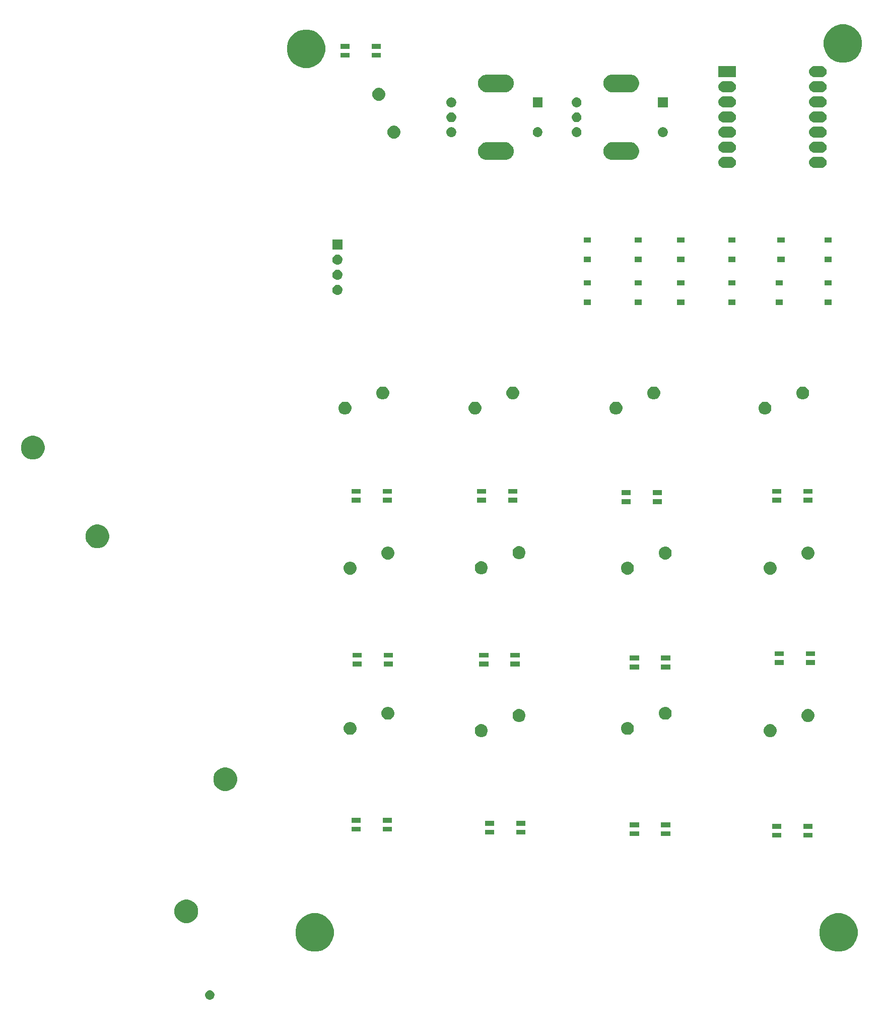
<source format=gbr>
%TF.GenerationSoftware,Flux,Pcbnew,9.0.6-9.0.6~ubuntu22.04.1*%
%TF.CreationDate,2025-12-12T06:51:16+00:00*%
%TF.ProjectId,input,696e7075-742e-46b6-9963-61645f706362,rev?*%
%TF.SameCoordinates,Original*%
%TF.FileFunction,Soldermask,Top*%
%TF.FilePolarity,Negative*%
%FSLAX46Y46*%
G04 Gerber Fmt 4.6, Leading zero omitted, Abs format (unit mm)*
G04 Filename: macropad*
G04 Build it with Flux! Visit our site at: https://www.flux.ai (PCBNEW 9.0.6-9.0.6~ubuntu22.04.1) date 2025-12-12 06:51:16*
%MOMM*%
%LPD*%
G01*
G04 APERTURE LIST*
%ADD10C,0.000000*%
G04 APERTURE END LIST*
D10*
%TO.C,*%
G36*
X-61705368Y-82936059D02*
G01*
X-61524505Y-83040480D01*
X-61376831Y-83188153D01*
X-61272410Y-83369015D01*
X-61218358Y-83570741D01*
X-61218358Y-83779583D01*
X-61272410Y-83981309D01*
X-61376830Y-84162171D01*
X-61524504Y-84309845D01*
X-61705366Y-84414266D01*
X-61907092Y-84468318D01*
X-62115934Y-84468319D01*
X-62317660Y-84414267D01*
X-62498522Y-84309846D01*
X-62646196Y-84162172D01*
X-62750617Y-83981310D01*
X-62804669Y-83779584D01*
X-62804670Y-83570743D01*
X-62750617Y-83369017D01*
X-62646197Y-83188154D01*
X-62498523Y-83040481D01*
X-62317661Y-82936059D01*
X-62115935Y-82882007D01*
X-61907093Y-82882007D01*
X-61705368Y-82936059D01*
G37*
G36*
X26367158Y42641227D02*
G01*
X25147158Y42641226D01*
X25147157Y43551226D01*
X26367157Y43551227D01*
X26367158Y42641227D01*
G37*
G36*
X26367161Y39361227D02*
G01*
X25147161Y39361226D01*
X25147160Y40271226D01*
X26367160Y40271227D01*
X26367161Y39361227D01*
G37*
G36*
X9212854Y70795129D02*
G01*
X9551971Y70599340D01*
X9828859Y70322453D01*
X10024649Y69983336D01*
X10125997Y69605100D01*
X10125998Y69213522D01*
X10024650Y68835286D01*
X9828861Y68496168D01*
X9551974Y68219280D01*
X9212857Y68023491D01*
X8834621Y67922142D01*
X5443043Y67922139D01*
X5064807Y68023486D01*
X4725689Y68219275D01*
X4448801Y68496163D01*
X4253012Y68835280D01*
X4151663Y69213515D01*
X4151663Y69605094D01*
X4253011Y69983330D01*
X4448799Y70322447D01*
X4725687Y70599335D01*
X5064804Y70795125D01*
X5443040Y70896473D01*
X5834618Y70896474D01*
X8834618Y70896477D01*
X9212854Y70795129D01*
G37*
G36*
X-45451Y64471501D02*
G01*
X141064Y64363817D01*
X293352Y64211529D01*
X401037Y64025015D01*
X456778Y63816985D01*
X456778Y63601617D01*
X401037Y63393587D01*
X293353Y63207073D01*
X141065Y63054784D01*
X-45449Y62947100D01*
X-253479Y62891358D01*
X-468847Y62891358D01*
X-676877Y62947099D01*
X-863391Y63054783D01*
X-1015680Y63207071D01*
X-1123364Y63393586D01*
X-1179106Y63601615D01*
X-1179106Y63816983D01*
X-1123365Y64025013D01*
X-1015681Y64211528D01*
X-863393Y64363816D01*
X-676878Y64471500D01*
X-468849Y64527242D01*
X-253481Y64527242D01*
X-45451Y64471501D01*
G37*
G36*
X14963835Y65384316D02*
G01*
X13313835Y65384314D01*
X13313833Y67034314D01*
X14963833Y67034316D01*
X14963835Y65384316D01*
G37*
G36*
X14454552Y61971516D02*
G01*
X14641066Y61863832D01*
X14793355Y61711544D01*
X14901039Y61525030D01*
X14956781Y61317000D01*
X14956781Y61101632D01*
X14901040Y60893602D01*
X14793356Y60707087D01*
X14641068Y60554799D01*
X14454553Y60447115D01*
X14246524Y60391373D01*
X14031155Y60391373D01*
X13823126Y60447114D01*
X13636611Y60554798D01*
X13484323Y60707086D01*
X13376638Y60893600D01*
X13320897Y61101630D01*
X13320897Y61316998D01*
X13376638Y61525028D01*
X13484322Y61711542D01*
X13636610Y61863831D01*
X13823124Y61971515D01*
X14031154Y62027257D01*
X14246522Y62027257D01*
X14454552Y61971516D01*
G37*
G36*
X9212866Y59395129D02*
G01*
X9551983Y59199340D01*
X9828871Y58922453D01*
X10024661Y58583336D01*
X10126009Y58205100D01*
X10126010Y57813522D01*
X10024662Y57435286D01*
X9828873Y57096168D01*
X9551985Y56819280D01*
X9212869Y56623491D01*
X8834633Y56522142D01*
X5443054Y56522139D01*
X5064818Y56623486D01*
X4725701Y56819275D01*
X4448813Y57096163D01*
X4253023Y57435280D01*
X4151675Y57813515D01*
X4151675Y58205094D01*
X4253022Y58583330D01*
X4448811Y58922447D01*
X4725699Y59199335D01*
X5064815Y59395125D01*
X5443051Y59496473D01*
X5834630Y59496474D01*
X8834630Y59496477D01*
X9212866Y59395129D01*
G37*
G36*
X-45448Y61971501D02*
G01*
X141066Y61863817D01*
X293355Y61711529D01*
X401039Y61525015D01*
X456781Y61316985D01*
X456781Y61101617D01*
X401040Y60893587D01*
X293356Y60707073D01*
X141068Y60554784D01*
X-45447Y60447100D01*
X-253476Y60391358D01*
X-468845Y60391358D01*
X-676874Y60447099D01*
X-863389Y60554783D01*
X-1015677Y60707071D01*
X-1123362Y60893586D01*
X-1179103Y61101615D01*
X-1179103Y61316983D01*
X-1123362Y61525013D01*
X-1015678Y61711528D01*
X-863390Y61863816D01*
X-676876Y61971500D01*
X-468846Y62027242D01*
X-253478Y62027242D01*
X-45448Y61971501D01*
G37*
G36*
X-45453Y66971501D02*
G01*
X141061Y66863817D01*
X293350Y66711529D01*
X401034Y66525015D01*
X456776Y66316985D01*
X456776Y66101617D01*
X401035Y65893587D01*
X293351Y65707073D01*
X141063Y65554784D01*
X-45452Y65447100D01*
X-253481Y65391358D01*
X-468850Y65391358D01*
X-676879Y65447099D01*
X-863394Y65554783D01*
X-1015682Y65707071D01*
X-1123367Y65893586D01*
X-1179108Y66101615D01*
X-1179108Y66316983D01*
X-1123367Y66525013D01*
X-1015683Y66711528D01*
X-863395Y66863816D01*
X-676881Y66971500D01*
X-468851Y67027242D01*
X-253483Y67027242D01*
X-45453Y66971501D01*
G37*
G36*
X-31660442Y-8444063D02*
G01*
X-31411756Y-8587640D01*
X-31208704Y-8790691D01*
X-31065124Y-9039376D01*
X-30990801Y-9316748D01*
X-30990799Y-9603906D01*
X-31065120Y-9881279D01*
X-31208697Y-10129966D01*
X-31411748Y-10333018D01*
X-31660433Y-10476598D01*
X-31937805Y-10550921D01*
X-32224963Y-10550922D01*
X-32502336Y-10476602D01*
X-32751023Y-10333024D01*
X-32954075Y-10129974D01*
X-33097655Y-9881289D01*
X-33171978Y-9603916D01*
X-33171979Y-9316758D01*
X-33097659Y-9039385D01*
X-32954081Y-8790699D01*
X-32751031Y-8587647D01*
X-32502346Y-8444067D01*
X-32224973Y-8369743D01*
X-31937815Y-8369742D01*
X-31660442Y-8444063D01*
G37*
G36*
X-38010430Y-10984093D02*
G01*
X-37761744Y-11127670D01*
X-37558692Y-11330720D01*
X-37415112Y-11579405D01*
X-37340789Y-11856778D01*
X-37340787Y-12143936D01*
X-37415108Y-12421309D01*
X-37558685Y-12669995D01*
X-37761736Y-12873048D01*
X-38010421Y-13016627D01*
X-38287793Y-13090951D01*
X-38574951Y-13090952D01*
X-38852324Y-13016631D01*
X-39101011Y-12873054D01*
X-39304063Y-12670004D01*
X-39447643Y-12421319D01*
X-39521966Y-12143946D01*
X-39521967Y-11856788D01*
X-39447647Y-11579415D01*
X-39304069Y-11330728D01*
X-39101019Y-11127676D01*
X-38852334Y-10984096D01*
X-38574961Y-10909773D01*
X-38287804Y-10909772D01*
X-38010430Y-10984093D01*
G37*
G36*
X34284265Y35449435D02*
G01*
X33064265Y35449434D01*
X33064264Y36359434D01*
X34284264Y36359435D01*
X34284265Y35449435D01*
G37*
G36*
X34284268Y32169435D02*
G01*
X33064268Y32169434D01*
X33064267Y33079434D01*
X34284267Y33079435D01*
X34284268Y32169435D01*
G37*
G36*
X-9933376Y-26213397D02*
G01*
X-9933373Y-27033397D01*
X-9934373Y-27034397D01*
X-11480373Y-27034404D01*
X-11481373Y-27033404D01*
X-11481376Y-26213404D01*
X-11480376Y-26212404D01*
X-9934376Y-26212397D01*
X-9933376Y-26213397D01*
G37*
G36*
X-15187376Y-26213422D02*
G01*
X-15187373Y-27033422D01*
X-15188373Y-27034422D01*
X-16734373Y-27034429D01*
X-16735373Y-27033429D01*
X-16735376Y-26213429D01*
X-16734376Y-26212429D01*
X-15188376Y-26212422D01*
X-15187376Y-26213422D01*
G37*
G36*
X-15187369Y-27713422D02*
G01*
X-15187365Y-28533422D01*
X-15188365Y-28534422D01*
X-16734365Y-28534429D01*
X-16735365Y-28533429D01*
X-16735369Y-27713429D01*
X-16734369Y-27712429D01*
X-15188369Y-27712422D01*
X-15187369Y-27713422D01*
G37*
G36*
X-9933369Y-27713397D02*
G01*
X-9933365Y-28533397D01*
X-9934365Y-28534397D01*
X-11480365Y-28534404D01*
X-11481365Y-28533404D01*
X-11481369Y-27713404D01*
X-11480369Y-27712404D01*
X-9934369Y-27712397D01*
X-9933369Y-27713397D01*
G37*
G36*
X-9620142Y-8404040D02*
G01*
X-9371456Y-8547618D01*
X-9168404Y-8750668D01*
X-9024824Y-8999353D01*
X-8950501Y-9276726D01*
X-8950499Y-9563883D01*
X-9024820Y-9841257D01*
X-9168397Y-10089943D01*
X-9371448Y-10292995D01*
X-9620133Y-10436575D01*
X-9897505Y-10510898D01*
X-10184663Y-10510900D01*
X-10462036Y-10436579D01*
X-10710723Y-10293002D01*
X-10913775Y-10089951D01*
X-11057355Y-9841266D01*
X-11131678Y-9563894D01*
X-11131679Y-9276736D01*
X-11057359Y-8999363D01*
X-10913781Y-8750676D01*
X-10710731Y-8547624D01*
X-10462046Y-8404044D01*
X-10184673Y-8329721D01*
X-9897516Y-8329720D01*
X-9620142Y-8404040D01*
G37*
G36*
X-15970130Y-10944070D02*
G01*
X-15721444Y-11087648D01*
X-15518392Y-11290698D01*
X-15374812Y-11539383D01*
X-15300489Y-11816756D01*
X-15300487Y-12103913D01*
X-15374808Y-12381287D01*
X-15518385Y-12629973D01*
X-15721436Y-12833025D01*
X-15970121Y-12976605D01*
X-16247493Y-13050928D01*
X-16534651Y-13050930D01*
X-16812024Y-12976609D01*
X-17060711Y-12833031D01*
X-17263763Y-12629981D01*
X-17407343Y-12381296D01*
X-17481666Y-12103923D01*
X-17481667Y-11816766D01*
X-17407347Y-11539392D01*
X-17263769Y-11290706D01*
X-17060719Y-11087654D01*
X-16812034Y-10944074D01*
X-16534661Y-10869751D01*
X-16247504Y-10869749D01*
X-15970130Y-10944070D01*
G37*
G36*
X17769765Y35449419D02*
G01*
X16549765Y35449417D01*
X16549764Y36359417D01*
X17769764Y36359419D01*
X17769765Y35449419D01*
G37*
G36*
X17769768Y32169419D02*
G01*
X16549768Y32169417D01*
X16549767Y33079417D01*
X17769767Y33079419D01*
X17769768Y32169419D01*
G37*
G36*
X-31385704Y1307481D02*
G01*
X-31385701Y487481D01*
X-31386701Y486481D01*
X-32932701Y486474D01*
X-32933701Y487474D01*
X-32933704Y1307474D01*
X-32932704Y1308474D01*
X-31386704Y1308481D01*
X-31385704Y1307481D01*
G37*
G36*
X-36639704Y1307456D02*
G01*
X-36639701Y487456D01*
X-36640701Y486456D01*
X-38186701Y486449D01*
X-38187701Y487449D01*
X-38187704Y1307449D01*
X-38186704Y1308449D01*
X-36640704Y1308456D01*
X-36639704Y1307456D01*
G37*
G36*
X-36639697Y-192544D02*
G01*
X-36639694Y-1012544D01*
X-36640694Y-1013544D01*
X-38186694Y-1013551D01*
X-38187694Y-1012551D01*
X-38187697Y-192551D01*
X-38186697Y-191551D01*
X-36640697Y-191544D01*
X-36639697Y-192544D01*
G37*
G36*
X-31385697Y-192519D02*
G01*
X-31385694Y-1012519D01*
X-31386694Y-1013519D01*
X-32932694Y-1013526D01*
X-32933694Y-1012526D01*
X-32933697Y-192526D01*
X-32932697Y-191526D01*
X-31386697Y-191519D01*
X-31385697Y-192519D01*
G37*
G36*
X-31660515Y-35355063D02*
G01*
X-31411828Y-35498640D01*
X-31208776Y-35701691D01*
X-31065196Y-35950376D01*
X-30990873Y-36227748D01*
X-30990872Y-36514906D01*
X-31065192Y-36792279D01*
X-31208770Y-37040966D01*
X-31411820Y-37244018D01*
X-31660505Y-37387598D01*
X-31937878Y-37461921D01*
X-32225035Y-37461922D01*
X-32502409Y-37387602D01*
X-32751095Y-37244024D01*
X-32954147Y-37040974D01*
X-33097727Y-36792289D01*
X-33172050Y-36514916D01*
X-33172052Y-36227758D01*
X-33097731Y-35950385D01*
X-32954154Y-35701699D01*
X-32751103Y-35498647D01*
X-32502418Y-35355067D01*
X-32225046Y-35280743D01*
X-31937888Y-35280742D01*
X-31660515Y-35355063D01*
G37*
G36*
X-38010503Y-37895093D02*
G01*
X-37761816Y-38038670D01*
X-37558764Y-38241720D01*
X-37415184Y-38490405D01*
X-37340861Y-38767778D01*
X-37340860Y-39054936D01*
X-37415180Y-39332309D01*
X-37558758Y-39580995D01*
X-37761808Y-39784048D01*
X-38010493Y-39927627D01*
X-38287866Y-40001951D01*
X-38575024Y-40001952D01*
X-38852397Y-39927631D01*
X-39101083Y-39784054D01*
X-39304135Y-39581004D01*
X-39447715Y-39332319D01*
X-39522038Y-39054946D01*
X-39522040Y-38767788D01*
X-39447719Y-38490415D01*
X-39304142Y-38241728D01*
X-39101091Y-38038676D01*
X-38852406Y-37895096D01*
X-38575034Y-37820773D01*
X-38287876Y-37820772D01*
X-38010503Y-37895093D01*
G37*
G36*
X26367165Y35449427D02*
G01*
X25147165Y35449426D01*
X25147164Y36359426D01*
X26367164Y36359427D01*
X26367165Y35449427D01*
G37*
G36*
X26367168Y32169427D02*
G01*
X25147168Y32169426D01*
X25147167Y33079426D01*
X26367167Y33079427D01*
X26367168Y32169427D01*
G37*
G36*
X14945485Y-35355015D02*
G01*
X15194172Y-35498593D01*
X15397224Y-35701643D01*
X15540804Y-35950328D01*
X15615127Y-36227701D01*
X15615128Y-36514858D01*
X15540808Y-36792232D01*
X15397230Y-37040918D01*
X15194180Y-37243970D01*
X14945495Y-37387550D01*
X14668122Y-37461873D01*
X14380965Y-37461875D01*
X14103591Y-37387554D01*
X13854905Y-37243976D01*
X13651853Y-37040926D01*
X13508273Y-36792241D01*
X13433950Y-36514869D01*
X13433948Y-36227711D01*
X13508269Y-35950338D01*
X13651846Y-35701651D01*
X13854897Y-35498599D01*
X14103582Y-35355019D01*
X14380954Y-35280696D01*
X14668112Y-35280695D01*
X14945485Y-35355015D01*
G37*
G36*
X8595497Y-37895045D02*
G01*
X8844184Y-38038623D01*
X9047236Y-38241673D01*
X9190816Y-38490358D01*
X9265139Y-38767731D01*
X9265140Y-39054888D01*
X9190820Y-39332261D01*
X9047242Y-39580948D01*
X8844192Y-39784000D01*
X8595507Y-39927580D01*
X8318134Y-40001903D01*
X8030976Y-40001904D01*
X7753603Y-39927584D01*
X7504917Y-39784006D01*
X7301865Y-39580956D01*
X7158285Y-39332271D01*
X7083962Y-39054898D01*
X7083960Y-38767741D01*
X7158281Y-38490367D01*
X7301858Y-38241681D01*
X7504909Y-38038629D01*
X7753594Y-37895049D01*
X8030966Y-37820726D01*
X8318124Y-37820724D01*
X8595497Y-37895045D01*
G37*
G36*
X-30664111Y62225537D02*
G01*
X-30415425Y62081958D01*
X-30212373Y61878907D01*
X-30068794Y61630222D01*
X-29994472Y61352849D01*
X-29994472Y61065691D01*
X-30068793Y60788318D01*
X-30212372Y60539632D01*
X-30415423Y60336581D01*
X-30664108Y60193002D01*
X-30941481Y60118680D01*
X-31228639Y60118679D01*
X-31506012Y60193001D01*
X-31754698Y60336579D01*
X-31957749Y60539630D01*
X-32101328Y60788316D01*
X-32175650Y61065689D01*
X-32175651Y61352847D01*
X-32101329Y61630220D01*
X-31957751Y61878906D01*
X-31754700Y62081957D01*
X-31506014Y62225536D01*
X-31228641Y62299858D01*
X-30941484Y62299858D01*
X-30664111Y62225537D01*
G37*
G36*
X-33204117Y68575534D02*
G01*
X-32955431Y68431956D01*
X-32752380Y68228905D01*
X-32608801Y67980219D01*
X-32534479Y67702846D01*
X-32534478Y67415689D01*
X-32608800Y67138316D01*
X-32752378Y66889630D01*
X-32955429Y66686578D01*
X-33204115Y66542999D01*
X-33481488Y66468677D01*
X-33768645Y66468677D01*
X-34046018Y66542998D01*
X-34294704Y66686577D01*
X-34497756Y66889628D01*
X-34641335Y67138313D01*
X-34715657Y67415686D01*
X-34715657Y67702844D01*
X-34641336Y67980217D01*
X-34497757Y68228903D01*
X-34294706Y68431954D01*
X-34046021Y68575533D01*
X-33768648Y68649855D01*
X-33481490Y68649856D01*
X-33204117Y68575534D01*
G37*
G36*
X14945458Y-8444015D02*
G01*
X15194144Y-8587593D01*
X15397196Y-8790643D01*
X15540776Y-9039328D01*
X15615099Y-9316701D01*
X15615101Y-9603858D01*
X15540780Y-9881232D01*
X15397203Y-10129918D01*
X15194152Y-10332970D01*
X14945467Y-10476550D01*
X14668095Y-10550873D01*
X14380937Y-10550875D01*
X14103564Y-10476554D01*
X13854877Y-10332976D01*
X13651825Y-10129926D01*
X13508245Y-9881241D01*
X13433922Y-9603869D01*
X13433921Y-9316711D01*
X13508241Y-9039338D01*
X13651819Y-8790651D01*
X13854869Y-8587599D01*
X14103554Y-8444019D01*
X14380927Y-8369696D01*
X14668085Y-8369695D01*
X14945458Y-8444015D01*
G37*
G36*
X8595470Y-10984045D02*
G01*
X8844156Y-11127623D01*
X9047208Y-11330673D01*
X9190788Y-11579358D01*
X9265111Y-11856731D01*
X9265113Y-12143888D01*
X9190792Y-12421261D01*
X9047215Y-12669948D01*
X8844164Y-12873000D01*
X8595479Y-13016580D01*
X8318107Y-13090903D01*
X8030949Y-13090904D01*
X7753576Y-13016584D01*
X7504889Y-12873006D01*
X7301837Y-12669956D01*
X7158257Y-12421271D01*
X7083934Y-12143898D01*
X7083933Y-11856741D01*
X7158253Y-11579367D01*
X7301831Y-11330681D01*
X7504881Y-11127629D01*
X7753566Y-10984049D01*
X8030939Y-10909726D01*
X8318096Y-10909724D01*
X8595470Y-10984045D01*
G37*
G36*
X10574358Y42641211D02*
G01*
X9354358Y42641210D01*
X9354357Y43551210D01*
X10574357Y43551211D01*
X10574358Y42641211D01*
G37*
G36*
X10574361Y39361211D02*
G01*
X9354361Y39361210D01*
X9354360Y40271210D01*
X10574360Y40271211D01*
X10574361Y39361211D01*
G37*
G36*
X15385553Y-54688071D02*
G01*
X15385557Y-55508071D01*
X15384557Y-55509071D01*
X13838557Y-55509079D01*
X13837557Y-55508079D01*
X13837553Y-54688079D01*
X13838553Y-54687079D01*
X15384553Y-54687071D01*
X15385553Y-54688071D01*
G37*
G36*
X10131553Y-54688096D02*
G01*
X10131557Y-55508096D01*
X10130557Y-55509096D01*
X8584557Y-55509103D01*
X8583557Y-55508103D01*
X8583553Y-54688103D01*
X8584553Y-54687103D01*
X10130553Y-54687096D01*
X10131553Y-54688096D01*
G37*
G36*
X10131560Y-56188096D02*
G01*
X10131564Y-57008096D01*
X10130564Y-57009096D01*
X8584564Y-57009103D01*
X8583564Y-57008103D01*
X8583560Y-56188103D01*
X8584560Y-56187103D01*
X10130560Y-56187096D01*
X10131560Y-56188096D01*
G37*
G36*
X15385560Y-56188071D02*
G01*
X15385564Y-57008071D01*
X15384564Y-57009071D01*
X13838564Y-57009079D01*
X13837564Y-57008079D01*
X13837560Y-56188079D01*
X13838560Y-56187079D01*
X15384560Y-56187071D01*
X15385560Y-56188071D01*
G37*
G36*
X38057030Y18416508D02*
G01*
X38305717Y18272931D01*
X38508769Y18069881D01*
X38652349Y17821195D01*
X38726672Y17543823D01*
X38726673Y17256665D01*
X38652353Y16979292D01*
X38508775Y16730605D01*
X38305725Y16527553D01*
X38057040Y16383973D01*
X37779667Y16309650D01*
X37492510Y16309649D01*
X37215136Y16383969D01*
X36966450Y16527547D01*
X36763398Y16730597D01*
X36619818Y16979282D01*
X36545495Y17256655D01*
X36545493Y17543813D01*
X36619814Y17821186D01*
X36763392Y18069872D01*
X36966442Y18272924D01*
X37215127Y18416504D01*
X37492499Y18490828D01*
X37779657Y18490829D01*
X38057030Y18416508D01*
G37*
G36*
X31707042Y15876479D02*
G01*
X31955729Y15732901D01*
X32158781Y15529851D01*
X32302361Y15281166D01*
X32376684Y15003793D01*
X32376685Y14716635D01*
X32302365Y14439262D01*
X32158787Y14190576D01*
X31955737Y13987524D01*
X31707052Y13843944D01*
X31429679Y13769620D01*
X31142522Y13769619D01*
X30865148Y13843940D01*
X30616462Y13987517D01*
X30413410Y14190567D01*
X30269830Y14439253D01*
X30195507Y14716625D01*
X30195505Y15003783D01*
X30269826Y15281156D01*
X30413404Y15529843D01*
X30616454Y15732895D01*
X30865139Y15876475D01*
X31142511Y15950798D01*
X31429669Y15950799D01*
X31707042Y15876479D01*
G37*
G36*
X42504365Y35449444D02*
G01*
X41284365Y35449443D01*
X41284364Y36359443D01*
X42504364Y36359444D01*
X42504365Y35449444D01*
G37*
G36*
X42504368Y32169444D02*
G01*
X41284368Y32169443D01*
X41284367Y33079443D01*
X42504367Y33079444D01*
X42504368Y32169444D01*
G37*
G36*
X38932286Y-35760491D02*
G01*
X39180972Y-35904068D01*
X39384024Y-36107119D01*
X39527604Y-36355804D01*
X39601927Y-36633176D01*
X39601929Y-36920334D01*
X39527608Y-37197707D01*
X39384030Y-37446394D01*
X39180980Y-37649446D01*
X38932295Y-37793026D01*
X38654923Y-37867349D01*
X38367765Y-37867350D01*
X38090392Y-37793030D01*
X37841705Y-37649452D01*
X37638653Y-37446402D01*
X37495073Y-37197717D01*
X37420750Y-36920344D01*
X37420749Y-36633186D01*
X37495069Y-36355813D01*
X37638647Y-36107127D01*
X37841697Y-35904075D01*
X38090382Y-35760495D01*
X38367755Y-35686172D01*
X38654912Y-35686170D01*
X38932286Y-35760491D01*
G37*
G36*
X32582298Y-38300521D02*
G01*
X32830984Y-38444098D01*
X33034036Y-38647148D01*
X33177616Y-38895833D01*
X33251939Y-39173206D01*
X33251941Y-39460364D01*
X33177620Y-39737737D01*
X33034042Y-39986423D01*
X32830992Y-40189476D01*
X32582307Y-40333056D01*
X32304935Y-40407379D01*
X32017777Y-40407380D01*
X31740404Y-40333059D01*
X31491717Y-40189482D01*
X31288665Y-39986432D01*
X31145085Y-39737747D01*
X31070762Y-39460374D01*
X31070761Y-39173216D01*
X31145081Y-38895843D01*
X31288659Y-38647157D01*
X31491709Y-38444104D01*
X31740394Y-38300524D01*
X32017767Y-38226201D01*
X32304924Y-38226200D01*
X32582298Y-38300521D01*
G37*
G36*
X38932258Y-8444091D02*
G01*
X39180944Y-8587668D01*
X39383996Y-8790719D01*
X39527576Y-9039404D01*
X39601899Y-9316776D01*
X39601901Y-9603934D01*
X39527580Y-9881307D01*
X39384003Y-10129994D01*
X39180952Y-10333046D01*
X38932267Y-10476626D01*
X38654895Y-10550949D01*
X38367737Y-10550950D01*
X38090364Y-10476630D01*
X37841677Y-10333052D01*
X37638625Y-10130002D01*
X37495045Y-9881317D01*
X37420722Y-9603944D01*
X37420721Y-9316786D01*
X37495041Y-9039413D01*
X37638619Y-8790727D01*
X37841669Y-8587675D01*
X38090354Y-8444095D01*
X38367727Y-8369772D01*
X38654885Y-8369770D01*
X38932258Y-8444091D01*
G37*
G36*
X32582270Y-10984121D02*
G01*
X32830956Y-11127698D01*
X33034008Y-11330748D01*
X33177588Y-11579433D01*
X33251911Y-11856806D01*
X33251913Y-12143964D01*
X33177592Y-12421337D01*
X33034015Y-12670023D01*
X32830964Y-12873076D01*
X32582279Y-13016656D01*
X32304907Y-13090979D01*
X32017749Y-13090980D01*
X31740376Y-13016659D01*
X31491689Y-12873082D01*
X31288637Y-12670032D01*
X31145057Y-12421347D01*
X31070734Y-12143974D01*
X31070733Y-11856816D01*
X31145053Y-11579443D01*
X31288631Y-11330757D01*
X31491681Y-11127704D01*
X31740366Y-10984124D01*
X32017739Y-10909801D01*
X32304896Y-10909800D01*
X32582270Y-10984121D01*
G37*
G36*
X-40251341Y38061458D02*
G01*
X-40059174Y37950512D01*
X-39902270Y37793610D01*
X-39791322Y37601444D01*
X-39733891Y37387110D01*
X-39733890Y37165216D01*
X-39791319Y36950882D01*
X-39902265Y36758715D01*
X-40059168Y36601811D01*
X-40251334Y36490863D01*
X-40465667Y36433432D01*
X-40687561Y36433431D01*
X-40901895Y36490860D01*
X-41094062Y36601806D01*
X-41250966Y36758709D01*
X-41361914Y36950875D01*
X-41419346Y37165208D01*
X-41419347Y37387102D01*
X-41361917Y37601436D01*
X-41250971Y37793603D01*
X-41094069Y37950507D01*
X-40901903Y38061455D01*
X-40687569Y38118887D01*
X-40465675Y38118888D01*
X-40251341Y38061458D01*
G37*
G36*
X-39726638Y41506163D02*
G01*
X-41426638Y41506155D01*
X-41426646Y43206155D01*
X-39726646Y43206163D01*
X-39726638Y41506163D01*
G37*
G36*
X-40251353Y40601458D02*
G01*
X-40059186Y40490512D01*
X-39902282Y40333610D01*
X-39791334Y40141444D01*
X-39733902Y39927110D01*
X-39733901Y39705216D01*
X-39791331Y39490882D01*
X-39902277Y39298715D01*
X-40059180Y39141811D01*
X-40251345Y39030863D01*
X-40465679Y38973432D01*
X-40687573Y38973431D01*
X-40901907Y39030860D01*
X-41094074Y39141806D01*
X-41250978Y39298709D01*
X-41361926Y39490875D01*
X-41419358Y39705208D01*
X-41419359Y39927102D01*
X-41361929Y40141436D01*
X-41250983Y40333603D01*
X-41094080Y40490507D01*
X-40901915Y40601455D01*
X-40687581Y40658887D01*
X-40465687Y40658888D01*
X-40251353Y40601458D01*
G37*
G36*
X-40251329Y35521458D02*
G01*
X-40059162Y35410512D01*
X-39902258Y35253610D01*
X-39791310Y35061444D01*
X-39733879Y34847110D01*
X-39733878Y34625216D01*
X-39791307Y34410882D01*
X-39902253Y34218715D01*
X-40059156Y34061811D01*
X-40251322Y33950863D01*
X-40465655Y33893432D01*
X-40687550Y33893431D01*
X-40901883Y33950860D01*
X-41094050Y34061806D01*
X-41250954Y34218709D01*
X-41361902Y34410875D01*
X-41419334Y34625208D01*
X-41419335Y34847102D01*
X-41361905Y35061436D01*
X-41250959Y35253603D01*
X-41094057Y35410507D01*
X-40901891Y35521455D01*
X-40687557Y35578887D01*
X-40465663Y35578888D01*
X-40251329Y35521458D01*
G37*
G36*
X-9620114Y-35760540D02*
G01*
X-9371428Y-35904118D01*
X-9168376Y-36107168D01*
X-9024796Y-36355853D01*
X-8950473Y-36633226D01*
X-8950471Y-36920383D01*
X-9024792Y-37197757D01*
X-9168370Y-37446443D01*
X-9371420Y-37649495D01*
X-9620105Y-37793075D01*
X-9897477Y-37867398D01*
X-10184635Y-37867400D01*
X-10462008Y-37793079D01*
X-10710695Y-37649502D01*
X-10913747Y-37446451D01*
X-11057327Y-37197766D01*
X-11131650Y-36920394D01*
X-11131651Y-36633236D01*
X-11057331Y-36355863D01*
X-10913753Y-36107176D01*
X-10710703Y-35904124D01*
X-10462018Y-35760544D01*
X-10184645Y-35686221D01*
X-9897488Y-35686220D01*
X-9620114Y-35760540D01*
G37*
G36*
X-15970102Y-38300570D02*
G01*
X-15721416Y-38444148D01*
X-15518364Y-38647198D01*
X-15374784Y-38895883D01*
X-15300461Y-39173256D01*
X-15300459Y-39460413D01*
X-15374780Y-39737787D01*
X-15518358Y-39986473D01*
X-15721408Y-40189525D01*
X-15970093Y-40333105D01*
X-16247465Y-40407428D01*
X-16534623Y-40407430D01*
X-16811996Y-40333109D01*
X-17060683Y-40189531D01*
X-17263735Y-39986481D01*
X-17407315Y-39737796D01*
X-17481638Y-39460423D01*
X-17481639Y-39173266D01*
X-17407319Y-38895892D01*
X-17263741Y-38647206D01*
X-17060691Y-38444154D01*
X-16812006Y-38300574D01*
X-16534633Y-38226251D01*
X-16247476Y-38226249D01*
X-15970102Y-38300570D01*
G37*
G36*
X2041765Y35449403D02*
G01*
X821765Y35449401D01*
X821764Y36359401D01*
X2041764Y36359403D01*
X2041765Y35449403D01*
G37*
G36*
X2041768Y32169403D02*
G01*
X821768Y32169401D01*
X821767Y33079401D01*
X2041767Y33079403D01*
X2041768Y32169403D01*
G37*
G36*
X2041758Y42641203D02*
G01*
X821758Y42641201D01*
X821757Y43551201D01*
X2041757Y43551203D01*
X2041758Y42641203D01*
G37*
G36*
X2041761Y39361203D02*
G01*
X821761Y39361201D01*
X821760Y40271201D01*
X2041760Y40271203D01*
X2041761Y39361203D01*
G37*
G36*
X13013630Y18416583D02*
G01*
X13262317Y18273005D01*
X13465369Y18069955D01*
X13608949Y17821270D01*
X13683272Y17543897D01*
X13683273Y17256740D01*
X13608953Y16979366D01*
X13465375Y16730680D01*
X13262325Y16527628D01*
X13013640Y16384048D01*
X12736267Y16309725D01*
X12449110Y16309723D01*
X12171736Y16384044D01*
X11923050Y16527622D01*
X11719998Y16730672D01*
X11576418Y16979357D01*
X11502095Y17256729D01*
X11502093Y17543887D01*
X11576414Y17821260D01*
X11719992Y18069947D01*
X11923042Y18272999D01*
X12171727Y18416579D01*
X12449099Y18490902D01*
X12736257Y18490903D01*
X13013630Y18416583D01*
G37*
G36*
X6663642Y15876553D02*
G01*
X6912329Y15732975D01*
X7115381Y15529925D01*
X7258961Y15281240D01*
X7333284Y15003868D01*
X7333285Y14716710D01*
X7258965Y14439337D01*
X7115387Y14190650D01*
X6912337Y13987598D01*
X6663652Y13844018D01*
X6386279Y13769695D01*
X6099122Y13769694D01*
X5821748Y13844014D01*
X5573062Y13987592D01*
X5370010Y14190642D01*
X5226430Y14439327D01*
X5152107Y14716700D01*
X5152105Y15003857D01*
X5226426Y15281231D01*
X5370004Y15529917D01*
X5573054Y15732969D01*
X5821739Y15876549D01*
X6099111Y15950872D01*
X6386269Y15950874D01*
X6663642Y15876553D01*
G37*
G36*
X34587258Y42641236D02*
G01*
X33367258Y42641235D01*
X33367257Y43551235D01*
X34587257Y43551236D01*
X34587258Y42641236D01*
G37*
G36*
X34587261Y39361236D02*
G01*
X33367261Y39361235D01*
X33367260Y40271235D01*
X34587260Y40271236D01*
X34587261Y39361236D01*
G37*
G36*
X39284253Y-54938147D02*
G01*
X39284257Y-55758147D01*
X39283257Y-55759147D01*
X37737257Y-55759154D01*
X37736257Y-55758154D01*
X37736253Y-54938154D01*
X37737253Y-54937154D01*
X39283253Y-54937147D01*
X39284253Y-54938147D01*
G37*
G36*
X34030253Y-54938172D02*
G01*
X34030257Y-55758172D01*
X34029257Y-55759172D01*
X32483257Y-55759179D01*
X32482257Y-55758179D01*
X32482253Y-54938179D01*
X32483253Y-54937179D01*
X34029253Y-54937172D01*
X34030253Y-54938172D01*
G37*
G36*
X34030260Y-56438172D02*
G01*
X34030264Y-57258172D01*
X34029264Y-57259172D01*
X32483264Y-57259179D01*
X32482264Y-57258179D01*
X32482260Y-56438179D01*
X32483260Y-56437179D01*
X34029260Y-56437172D01*
X34030260Y-56438172D01*
G37*
G36*
X39284260Y-56438147D02*
G01*
X39284264Y-57258147D01*
X39283264Y-57259147D01*
X37737264Y-57259154D01*
X37736264Y-57258154D01*
X37736260Y-56438154D01*
X37737260Y-56437154D01*
X39283260Y-56437147D01*
X39284260Y-56438147D01*
G37*
G36*
X39747123Y-25963446D02*
G01*
X39747127Y-26783446D01*
X39746127Y-26784446D01*
X38200127Y-26784454D01*
X38199127Y-26783454D01*
X38199123Y-25963454D01*
X38200123Y-25962454D01*
X39746123Y-25962446D01*
X39747123Y-25963446D01*
G37*
G36*
X34493123Y-25963471D02*
G01*
X34493127Y-26783471D01*
X34492127Y-26784471D01*
X32946127Y-26784478D01*
X32945127Y-26783478D01*
X32945123Y-25963478D01*
X32946123Y-25962478D01*
X34492123Y-25962471D01*
X34493123Y-25963471D01*
G37*
G36*
X34493130Y-27463471D02*
G01*
X34493134Y-28283471D01*
X34492134Y-28284471D01*
X32946134Y-28284478D01*
X32945134Y-28283478D01*
X32945130Y-27463478D01*
X32946130Y-27462478D01*
X34492130Y-27462471D01*
X34493130Y-27463471D01*
G37*
G36*
X39747130Y-27463446D02*
G01*
X39747134Y-28283446D01*
X39746134Y-28284446D01*
X38200134Y-28284454D01*
X38199134Y-28283454D01*
X38199130Y-27463454D01*
X38200130Y-27462454D01*
X39746130Y-27462446D01*
X39747130Y-27463446D01*
G37*
G36*
X-10667470Y18416659D02*
G01*
X-10418783Y18273081D01*
X-10215731Y18070031D01*
X-10072151Y17821346D01*
X-9997828Y17543973D01*
X-9997827Y17256816D01*
X-10072147Y16979442D01*
X-10215725Y16730756D01*
X-10418775Y16527704D01*
X-10667460Y16384124D01*
X-10944833Y16309801D01*
X-11231990Y16309799D01*
X-11509364Y16384120D01*
X-11758050Y16527697D01*
X-11961102Y16730748D01*
X-12104682Y16979433D01*
X-12179005Y17256805D01*
X-12179007Y17543963D01*
X-12104686Y17821336D01*
X-11961108Y18070023D01*
X-11758058Y18273075D01*
X-11509373Y18416655D01*
X-11232001Y18490978D01*
X-10944843Y18490979D01*
X-10667470Y18416659D01*
G37*
G36*
X-17017458Y15876629D02*
G01*
X-16768771Y15733051D01*
X-16565719Y15530001D01*
X-16422139Y15281316D01*
X-16347816Y15003943D01*
X-16347815Y14716786D01*
X-16422135Y14439412D01*
X-16565713Y14190726D01*
X-16768763Y13987674D01*
X-17017448Y13844094D01*
X-17294821Y13769771D01*
X-17581978Y13769769D01*
X-17859352Y13844090D01*
X-18108038Y13987668D01*
X-18311090Y14190718D01*
X-18454670Y14439403D01*
X-18528993Y14716776D01*
X-18528995Y15003933D01*
X-18454674Y15281306D01*
X-18311096Y15529993D01*
X-18108046Y15733045D01*
X-17859361Y15876625D01*
X-17581989Y15950948D01*
X-17294831Y15950949D01*
X-17017458Y15876629D01*
G37*
G36*
X42504358Y42641244D02*
G01*
X41284358Y42641243D01*
X41284357Y43551243D01*
X42504357Y43551244D01*
X42504358Y42641244D01*
G37*
G36*
X42504361Y39361244D02*
G01*
X41284361Y39361243D01*
X41284360Y40271243D01*
X42504360Y40271244D01*
X42504361Y39361244D01*
G37*
G36*
X14007496Y1057427D02*
G01*
X14007500Y237427D01*
X14006500Y236427D01*
X12460500Y236420D01*
X12459500Y237420D01*
X12459496Y1057420D01*
X12460496Y1058420D01*
X14006496Y1058427D01*
X14007496Y1057427D01*
G37*
G36*
X8753496Y1057403D02*
G01*
X8753500Y237403D01*
X8752500Y236403D01*
X7206500Y236395D01*
X7205500Y237395D01*
X7205496Y1057395D01*
X7206496Y1058395D01*
X8752496Y1058403D01*
X8753496Y1057403D01*
G37*
G36*
X8753503Y-442597D02*
G01*
X8753507Y-1262597D01*
X8752507Y-1263597D01*
X7206507Y-1263605D01*
X7205507Y-1262605D01*
X7205503Y-442605D01*
X7206503Y-441605D01*
X8752503Y-441597D01*
X8753503Y-442597D01*
G37*
G36*
X14007503Y-442573D02*
G01*
X14007507Y-1262573D01*
X14006507Y-1263573D01*
X12460507Y-1263580D01*
X12459507Y-1262580D01*
X12459503Y-442580D01*
X12460503Y-441580D01*
X14006503Y-441573D01*
X14007503Y-442573D01*
G37*
G36*
X-32535670Y18416736D02*
G01*
X-32286983Y18273159D01*
X-32083931Y18070109D01*
X-31940351Y17821423D01*
X-31866028Y17544051D01*
X-31866027Y17256893D01*
X-31940347Y16979520D01*
X-32083925Y16730833D01*
X-32286975Y16527781D01*
X-32535660Y16384201D01*
X-32813033Y16309878D01*
X-33100190Y16309877D01*
X-33377564Y16384197D01*
X-33626250Y16527775D01*
X-33829302Y16730825D01*
X-33972882Y16979510D01*
X-34047205Y17256883D01*
X-34047207Y17544041D01*
X-33972886Y17821414D01*
X-33829308Y18070100D01*
X-33626258Y18273152D01*
X-33377573Y18416732D01*
X-33100201Y18491056D01*
X-32813043Y18491057D01*
X-32535670Y18416736D01*
G37*
G36*
X-38885658Y15876707D02*
G01*
X-38636971Y15733129D01*
X-38433919Y15530079D01*
X-38290339Y15281394D01*
X-38216016Y15004021D01*
X-38216015Y14716863D01*
X-38290335Y14439490D01*
X-38433913Y14190804D01*
X-38636963Y13987752D01*
X-38885648Y13844172D01*
X-39163021Y13769848D01*
X-39450178Y13769847D01*
X-39727552Y13844168D01*
X-39976238Y13987745D01*
X-40179290Y14190795D01*
X-40322870Y14439481D01*
X-40397193Y14716853D01*
X-40397195Y15004011D01*
X-40322874Y15281384D01*
X-40179296Y15530071D01*
X-39976246Y15733123D01*
X-39727561Y15876703D01*
X-39450189Y15951026D01*
X-39163031Y15951027D01*
X-38885658Y15876707D01*
G37*
G36*
X39284296Y1307453D02*
G01*
X39284299Y487453D01*
X39283299Y486453D01*
X37737299Y486446D01*
X37736299Y487446D01*
X37736296Y1307446D01*
X37737296Y1308446D01*
X39283296Y1308453D01*
X39284296Y1307453D01*
G37*
G36*
X34030296Y1307428D02*
G01*
X34030299Y487428D01*
X34029299Y486428D01*
X32483299Y486421D01*
X32482299Y487421D01*
X32482296Y1307421D01*
X32483296Y1308421D01*
X34029296Y1308428D01*
X34030296Y1307428D01*
G37*
G36*
X34030303Y-192572D02*
G01*
X34030306Y-1012572D01*
X34029306Y-1013572D01*
X32483306Y-1013579D01*
X32482306Y-1012579D01*
X32482303Y-192579D01*
X32483303Y-191579D01*
X34029303Y-191572D01*
X34030303Y-192572D01*
G37*
G36*
X39284303Y-192547D02*
G01*
X39284306Y-1012547D01*
X39283306Y-1013547D01*
X37737306Y-1013554D01*
X37736306Y-1012554D01*
X37736303Y-192554D01*
X37737303Y-191554D01*
X39283303Y-191547D01*
X39284303Y-192547D01*
G37*
G36*
X10574365Y35449411D02*
G01*
X9354365Y35449410D01*
X9354364Y36359410D01*
X10574364Y36359411D01*
X10574365Y35449411D01*
G37*
G36*
X10574368Y32169411D02*
G01*
X9354368Y32169410D01*
X9354367Y33079410D01*
X10574367Y33079411D01*
X10574368Y32169411D01*
G37*
G36*
X15385524Y-26713471D02*
G01*
X15385528Y-27533471D01*
X15384528Y-27534471D01*
X13838528Y-27534479D01*
X13837528Y-27533479D01*
X13837524Y-26713479D01*
X13838524Y-26712479D01*
X15384524Y-26712471D01*
X15385524Y-26713471D01*
G37*
G36*
X10131524Y-26713496D02*
G01*
X10131528Y-27533496D01*
X10130528Y-27534496D01*
X8584528Y-27534503D01*
X8583528Y-27533503D01*
X8583524Y-26713503D01*
X8584524Y-26712503D01*
X10130524Y-26712496D01*
X10131524Y-26713496D01*
G37*
G36*
X10131531Y-28213496D02*
G01*
X10131535Y-29033496D01*
X10130535Y-29034496D01*
X8584535Y-29034503D01*
X8583535Y-29033503D01*
X8583531Y-28213503D01*
X8584531Y-28212503D01*
X10130531Y-28212496D01*
X10131531Y-28213496D01*
G37*
G36*
X15385531Y-28213471D02*
G01*
X15385535Y-29033471D01*
X15384535Y-29034471D01*
X13838535Y-29034479D01*
X13837535Y-29033479D01*
X13837531Y-28213479D01*
X13838531Y-28212479D01*
X15384531Y-28212471D01*
X15385531Y-28213471D01*
G37*
G36*
X-8937448Y-54438196D02*
G01*
X-8937444Y-55258196D01*
X-8938444Y-55259196D01*
X-10484444Y-55259203D01*
X-10485444Y-55258203D01*
X-10485448Y-54438203D01*
X-10484448Y-54437203D01*
X-8938448Y-54437196D01*
X-8937448Y-54438196D01*
G37*
G36*
X-14191448Y-54438221D02*
G01*
X-14191444Y-55258221D01*
X-14192444Y-55259221D01*
X-15738444Y-55259228D01*
X-15739444Y-55258228D01*
X-15739448Y-54438228D01*
X-15738448Y-54437228D01*
X-14192448Y-54437221D01*
X-14191448Y-54438221D01*
G37*
G36*
X-14191441Y-55938221D02*
G01*
X-14191437Y-56758221D01*
X-14192437Y-56759221D01*
X-15738437Y-56759228D01*
X-15739437Y-56758228D01*
X-15739441Y-55938228D01*
X-15738441Y-55937228D01*
X-14192441Y-55937221D01*
X-14191441Y-55938221D01*
G37*
G36*
X-8937441Y-55938196D02*
G01*
X-8937437Y-56758196D01*
X-8938437Y-56759196D01*
X-10484437Y-56759203D01*
X-10485437Y-56758203D01*
X-10485441Y-55938203D01*
X-10484441Y-55937203D01*
X-8938441Y-55937196D01*
X-8937441Y-55938196D01*
G37*
G36*
X-33271881Y76040179D02*
G01*
X-33271877Y75220179D01*
X-33272877Y75219179D01*
X-34818877Y75219172D01*
X-34819877Y75220172D01*
X-34819881Y76040172D01*
X-34818881Y76041172D01*
X-33272881Y76041179D01*
X-33271881Y76040179D01*
G37*
G36*
X-38525881Y76040154D02*
G01*
X-38525877Y75220154D01*
X-38526877Y75219154D01*
X-40072877Y75219147D01*
X-40073877Y75220147D01*
X-40073881Y76040147D01*
X-40072881Y76041147D01*
X-38526881Y76041154D01*
X-38525881Y76040154D01*
G37*
G36*
X-38525874Y74540154D02*
G01*
X-38525870Y73720154D01*
X-38526870Y73719154D01*
X-40072870Y73719147D01*
X-40073870Y73720147D01*
X-40073874Y74540147D01*
X-40072874Y74541147D01*
X-38526874Y74541154D01*
X-38525874Y74540154D01*
G37*
G36*
X-33271874Y74540179D02*
G01*
X-33271870Y73720179D01*
X-33272870Y73719179D01*
X-34818870Y73719172D01*
X-34819870Y73720172D01*
X-34819874Y74540172D01*
X-34818874Y74541172D01*
X-33272874Y74541179D01*
X-33271874Y74540179D01*
G37*
G36*
X-10315404Y1307503D02*
G01*
X-10315401Y487503D01*
X-10316401Y486503D01*
X-11862401Y486495D01*
X-11863401Y487495D01*
X-11863404Y1307495D01*
X-11862404Y1308495D01*
X-10316404Y1308503D01*
X-10315404Y1307503D01*
G37*
G36*
X-15569404Y1307478D02*
G01*
X-15569401Y487478D01*
X-15570401Y486478D01*
X-17116401Y486471D01*
X-17117401Y487471D01*
X-17117404Y1307471D01*
X-17116404Y1308471D01*
X-15570404Y1308478D01*
X-15569404Y1307478D01*
G37*
G36*
X-15569397Y-192522D02*
G01*
X-15569394Y-1012522D01*
X-15570394Y-1013522D01*
X-17116394Y-1013529D01*
X-17117394Y-1012529D01*
X-17117397Y-192529D01*
X-17116397Y-191529D01*
X-15570397Y-191522D01*
X-15569397Y-192522D01*
G37*
G36*
X-10315397Y-192497D02*
G01*
X-10315394Y-1012497D01*
X-10316394Y-1013497D01*
X-11862394Y-1013505D01*
X-11863394Y-1012505D01*
X-11863397Y-192505D01*
X-11862397Y-191505D01*
X-10316397Y-191497D01*
X-10315397Y-192497D01*
G37*
G36*
X-31385748Y-53938119D02*
G01*
X-31385744Y-54758119D01*
X-31386744Y-54759119D01*
X-32932744Y-54759126D01*
X-32933744Y-54758126D01*
X-32933748Y-53938126D01*
X-32932748Y-53937126D01*
X-31386748Y-53937119D01*
X-31385748Y-53938119D01*
G37*
G36*
X-36639748Y-53938144D02*
G01*
X-36639744Y-54758144D01*
X-36640744Y-54759144D01*
X-38186744Y-54759151D01*
X-38187744Y-54758151D01*
X-38187748Y-53938151D01*
X-38186748Y-53937151D01*
X-36640748Y-53937144D01*
X-36639748Y-53938144D01*
G37*
G36*
X-36639741Y-55438144D02*
G01*
X-36639737Y-56258144D01*
X-36640737Y-56259144D01*
X-38186737Y-56259151D01*
X-38187737Y-56258151D01*
X-38187741Y-55438151D01*
X-38186741Y-55437151D01*
X-36640741Y-55437144D01*
X-36639741Y-55438144D01*
G37*
G36*
X-31385741Y-55438119D02*
G01*
X-31385737Y-56258119D01*
X-31386737Y-56259119D01*
X-32932737Y-56259126D01*
X-32933737Y-56258126D01*
X-32933741Y-55438126D01*
X-32932741Y-55437126D01*
X-31386741Y-55437119D01*
X-31385741Y-55438119D01*
G37*
G36*
X-11848646Y70795108D02*
G01*
X-11509529Y70599319D01*
X-11232641Y70322431D01*
X-11036851Y69983314D01*
X-10935503Y69605079D01*
X-10935502Y69213500D01*
X-11036850Y68835264D01*
X-11232639Y68496147D01*
X-11509526Y68219259D01*
X-11848643Y68023469D01*
X-12226879Y67922121D01*
X-15618457Y67922117D01*
X-15996693Y68023465D01*
X-16335811Y68219254D01*
X-16612699Y68496141D01*
X-16808488Y68835258D01*
X-16909837Y69213494D01*
X-16909837Y69605073D01*
X-16808489Y69983309D01*
X-16612701Y70322426D01*
X-16335813Y70599314D01*
X-15996696Y70795104D01*
X-15618460Y70896452D01*
X-15226882Y70896452D01*
X-12226882Y70896455D01*
X-11848646Y70795108D01*
G37*
G36*
X-21106951Y64471480D02*
G01*
X-20920436Y64363796D01*
X-20768148Y64211508D01*
X-20660463Y64024993D01*
X-20604722Y63816964D01*
X-20604722Y63601595D01*
X-20660463Y63393566D01*
X-20768147Y63207051D01*
X-20920435Y63054763D01*
X-21106949Y62947078D01*
X-21314979Y62891337D01*
X-21530347Y62891337D01*
X-21738377Y62947078D01*
X-21924891Y63054762D01*
X-22077180Y63207050D01*
X-22184864Y63393564D01*
X-22240606Y63601594D01*
X-22240606Y63816962D01*
X-22184865Y64024992D01*
X-22077181Y64211506D01*
X-21924893Y64363795D01*
X-21738378Y64471479D01*
X-21530349Y64527221D01*
X-21314981Y64527221D01*
X-21106951Y64471480D01*
G37*
G36*
X-6097665Y65384294D02*
G01*
X-7747665Y65384293D01*
X-7747667Y67034293D01*
X-6097667Y67034294D01*
X-6097665Y65384294D01*
G37*
G36*
X-6606948Y61971494D02*
G01*
X-6420434Y61863811D01*
X-6268145Y61711522D01*
X-6160461Y61525008D01*
X-6104719Y61316978D01*
X-6104719Y61101610D01*
X-6160460Y60893580D01*
X-6268144Y60707066D01*
X-6420432Y60554777D01*
X-6606947Y60447093D01*
X-6814976Y60391352D01*
X-7030345Y60391351D01*
X-7238374Y60447093D01*
X-7424889Y60554776D01*
X-7577177Y60707065D01*
X-7684862Y60893579D01*
X-7740603Y61101609D01*
X-7740603Y61316977D01*
X-7684862Y61525007D01*
X-7577178Y61711521D01*
X-7424890Y61863809D01*
X-7238376Y61971494D01*
X-7030346Y62027235D01*
X-6814978Y62027236D01*
X-6606948Y61971494D01*
G37*
G36*
X-11848634Y59395108D02*
G01*
X-11509517Y59199319D01*
X-11232629Y58922431D01*
X-11036839Y58583314D01*
X-10935491Y58205079D01*
X-10935490Y57813500D01*
X-11036838Y57435264D01*
X-11232627Y57096147D01*
X-11509515Y56819259D01*
X-11848631Y56623469D01*
X-12226867Y56522121D01*
X-15618446Y56522117D01*
X-15996682Y56623465D01*
X-16335799Y56819254D01*
X-16612687Y57096141D01*
X-16808477Y57435258D01*
X-16909825Y57813494D01*
X-16909825Y58205073D01*
X-16808478Y58583309D01*
X-16612689Y58922426D01*
X-16335801Y59199314D01*
X-15996685Y59395104D01*
X-15618449Y59496452D01*
X-15226870Y59496452D01*
X-12226870Y59496455D01*
X-11848634Y59395108D01*
G37*
G36*
X-21106948Y61971480D02*
G01*
X-20920434Y61863796D01*
X-20768145Y61711508D01*
X-20660461Y61524993D01*
X-20604719Y61316964D01*
X-20604719Y61101595D01*
X-20660460Y60893566D01*
X-20768144Y60707051D01*
X-20920432Y60554763D01*
X-21106947Y60447078D01*
X-21314976Y60391337D01*
X-21530345Y60391337D01*
X-21738374Y60447078D01*
X-21924889Y60554762D01*
X-22077177Y60707050D01*
X-22184862Y60893564D01*
X-22240603Y61101594D01*
X-22240603Y61316962D01*
X-22184862Y61524992D01*
X-22077178Y61711506D01*
X-21924890Y61863795D01*
X-21738376Y61971479D01*
X-21530346Y62027221D01*
X-21314978Y62027221D01*
X-21106948Y61971480D01*
G37*
G36*
X-21106953Y66971480D02*
G01*
X-20920439Y66863796D01*
X-20768150Y66711508D01*
X-20660466Y66524993D01*
X-20604724Y66316964D01*
X-20604724Y66101595D01*
X-20660465Y65893566D01*
X-20768149Y65707051D01*
X-20920437Y65554763D01*
X-21106952Y65447078D01*
X-21314981Y65391337D01*
X-21530350Y65391337D01*
X-21738379Y65447078D01*
X-21924894Y65554762D01*
X-22077182Y65707050D01*
X-22184867Y65893564D01*
X-22240608Y66101594D01*
X-22240608Y66316962D01*
X-22184867Y66524992D01*
X-22077183Y66711506D01*
X-21924895Y66863795D01*
X-21738381Y66971479D01*
X-21530351Y67027221D01*
X-21314983Y67027221D01*
X-21106953Y66971480D01*
G37*
G36*
X25891447Y64580794D02*
G01*
X26094918Y64463321D01*
X26261052Y64297189D01*
X26378526Y64093720D01*
X26439336Y63866779D01*
X26439337Y63631831D01*
X26378529Y63404890D01*
X26261057Y63201419D01*
X26094925Y63035285D01*
X25891455Y62917811D01*
X25664514Y62857001D01*
X24229567Y62856994D01*
X24002625Y62917802D01*
X23799154Y63035275D01*
X23633021Y63201407D01*
X23515546Y63404876D01*
X23454736Y63631817D01*
X23454735Y63866765D01*
X23515543Y64093706D01*
X23633016Y64297177D01*
X23799148Y64463311D01*
X24002617Y64580785D01*
X24229558Y64641595D01*
X24464506Y64641596D01*
X25664506Y64641602D01*
X25891447Y64580794D01*
G37*
G36*
X41131412Y72200866D02*
G01*
X41334882Y72083393D01*
X41501016Y71917261D01*
X41618490Y71713791D01*
X41679300Y71486850D01*
X41679301Y71251903D01*
X41618494Y71024961D01*
X41501021Y70821490D01*
X41334889Y70655357D01*
X41131419Y70537882D01*
X40904478Y70477072D01*
X39469531Y70477066D01*
X39242589Y70537873D01*
X39039118Y70655346D01*
X38872985Y70821478D01*
X38755510Y71024948D01*
X38694701Y71251889D01*
X38694699Y71486836D01*
X38755507Y71713778D01*
X38872980Y71917249D01*
X39039112Y72083382D01*
X39242581Y72200857D01*
X39469523Y72261667D01*
X39704470Y72261668D01*
X40904470Y72261673D01*
X41131412Y72200866D01*
G37*
G36*
X25891459Y62040794D02*
G01*
X26094930Y61923321D01*
X26261064Y61757189D01*
X26378538Y61553720D01*
X26439348Y61326779D01*
X26439349Y61091831D01*
X26378541Y60864890D01*
X26261069Y60661419D01*
X26094937Y60495285D01*
X25891467Y60377811D01*
X25664526Y60317001D01*
X24229579Y60316994D01*
X24002637Y60377802D01*
X23799166Y60495275D01*
X23633033Y60661407D01*
X23515558Y60864876D01*
X23454748Y61091817D01*
X23454747Y61326765D01*
X23515555Y61553706D01*
X23633028Y61757177D01*
X23799159Y61923311D01*
X24002629Y62040785D01*
X24229570Y62101595D01*
X24464517Y62101596D01*
X25664517Y62101602D01*
X25891459Y62040794D01*
G37*
G36*
X41131483Y56960866D02*
G01*
X41334954Y56843393D01*
X41501087Y56677261D01*
X41618562Y56473791D01*
X41679372Y56246850D01*
X41679373Y56011903D01*
X41618565Y55784961D01*
X41501093Y55581490D01*
X41334961Y55415357D01*
X41131491Y55297882D01*
X40904550Y55237072D01*
X39469603Y55237066D01*
X39242661Y55297873D01*
X39039190Y55415346D01*
X38873056Y55581478D01*
X38755582Y55784948D01*
X38694772Y56011889D01*
X38694771Y56246836D01*
X38755579Y56473778D01*
X38873051Y56677249D01*
X39039183Y56843382D01*
X39242653Y56960857D01*
X39469594Y57021667D01*
X39704541Y57021668D01*
X40904541Y57021673D01*
X41131483Y56960866D01*
G37*
G36*
X41131459Y62040866D02*
G01*
X41334930Y61923393D01*
X41501064Y61757261D01*
X41618538Y61553791D01*
X41679348Y61326850D01*
X41679349Y61091903D01*
X41618541Y60864961D01*
X41501069Y60661490D01*
X41334937Y60495357D01*
X41131467Y60377882D01*
X40904526Y60317072D01*
X39469579Y60317066D01*
X39242637Y60377873D01*
X39039166Y60495346D01*
X38873033Y60661478D01*
X38755558Y60864948D01*
X38694748Y61091889D01*
X38694747Y61326836D01*
X38755555Y61553778D01*
X38873028Y61757249D01*
X39039159Y61923382D01*
X39242629Y62040857D01*
X39469570Y62101667D01*
X39704517Y62101668D01*
X40904517Y62101673D01*
X41131459Y62040866D01*
G37*
G36*
X25891435Y67120794D02*
G01*
X26094906Y67003321D01*
X26261040Y66837189D01*
X26378514Y66633720D01*
X26439324Y66406779D01*
X26439325Y66171831D01*
X26378517Y65944890D01*
X26261045Y65741419D01*
X26094913Y65575285D01*
X25891443Y65457811D01*
X25664502Y65397001D01*
X24229555Y65396994D01*
X24002613Y65457802D01*
X23799142Y65575275D01*
X23633009Y65741407D01*
X23515534Y65944876D01*
X23454724Y66171817D01*
X23454723Y66406765D01*
X23515531Y66633706D01*
X23633004Y66837177D01*
X23799136Y67003311D01*
X24002605Y67120785D01*
X24229546Y67181595D01*
X24464494Y67181596D01*
X25664494Y67181602D01*
X25891435Y67120794D01*
G37*
G36*
X41131435Y67120866D02*
G01*
X41334906Y67003393D01*
X41501040Y66837261D01*
X41618514Y66633791D01*
X41679324Y66406850D01*
X41679325Y66171903D01*
X41618517Y65944961D01*
X41501045Y65741490D01*
X41334913Y65575357D01*
X41131443Y65457882D01*
X40904502Y65397072D01*
X39469555Y65397066D01*
X39242613Y65457873D01*
X39039142Y65575346D01*
X38873009Y65741478D01*
X38755534Y65944948D01*
X38694724Y66171889D01*
X38694723Y66406836D01*
X38755531Y66633778D01*
X38873004Y66837249D01*
X39039136Y67003382D01*
X39242605Y67120857D01*
X39469546Y67181667D01*
X39704494Y67181668D01*
X40904494Y67181673D01*
X41131435Y67120866D01*
G37*
G36*
X41131471Y59500866D02*
G01*
X41334942Y59383393D01*
X41501075Y59217261D01*
X41618550Y59013791D01*
X41679360Y58786850D01*
X41679361Y58551903D01*
X41618553Y58324961D01*
X41501081Y58121490D01*
X41334949Y57955357D01*
X41131479Y57837882D01*
X40904538Y57777072D01*
X39469591Y57777066D01*
X39242649Y57837873D01*
X39039178Y57955346D01*
X38873045Y58121478D01*
X38755570Y58324948D01*
X38694760Y58551889D01*
X38694759Y58786836D01*
X38755567Y59013778D01*
X38873039Y59217249D01*
X39039171Y59383382D01*
X39242641Y59500857D01*
X39469582Y59561667D01*
X39704529Y59561668D01*
X40904529Y59561673D01*
X41131471Y59500866D01*
G37*
G36*
X41131447Y64580866D02*
G01*
X41334918Y64463393D01*
X41501052Y64297261D01*
X41618526Y64093791D01*
X41679336Y63866850D01*
X41679337Y63631903D01*
X41618529Y63404961D01*
X41501057Y63201490D01*
X41334925Y63035357D01*
X41131455Y62917882D01*
X40904514Y62857072D01*
X39469567Y62857066D01*
X39242625Y62917873D01*
X39039154Y63035346D01*
X38873021Y63201478D01*
X38755546Y63404948D01*
X38694736Y63631889D01*
X38694735Y63866836D01*
X38755543Y64093778D01*
X38873016Y64297249D01*
X39039148Y64463382D01*
X39242617Y64580857D01*
X39469558Y64641667D01*
X39704506Y64641668D01*
X40904506Y64641673D01*
X41131447Y64580866D01*
G37*
G36*
X25891424Y69660794D02*
G01*
X26094894Y69543321D01*
X26261028Y69377189D01*
X26378502Y69173720D01*
X26439312Y68946779D01*
X26439313Y68711831D01*
X26378506Y68484890D01*
X26261033Y68281419D01*
X26094901Y68115285D01*
X25891431Y67997811D01*
X25664490Y67937001D01*
X24229543Y67936994D01*
X24002601Y67997802D01*
X23799130Y68115275D01*
X23632997Y68281407D01*
X23515522Y68484876D01*
X23454713Y68711817D01*
X23454711Y68946765D01*
X23515519Y69173706D01*
X23632992Y69377177D01*
X23799124Y69543311D01*
X24002593Y69660785D01*
X24229535Y69721595D01*
X24464482Y69721596D01*
X25664482Y69721602D01*
X25891424Y69660794D01*
G37*
G36*
X26447005Y70469305D02*
G01*
X23447005Y70469291D01*
X23446996Y72269291D01*
X26446996Y72269305D01*
X26447005Y70469305D01*
G37*
G36*
X25891483Y56960794D02*
G01*
X26094954Y56843321D01*
X26261087Y56677189D01*
X26378562Y56473720D01*
X26439372Y56246779D01*
X26439373Y56011831D01*
X26378565Y55784890D01*
X26261093Y55581419D01*
X26094961Y55415285D01*
X25891491Y55297811D01*
X25664550Y55237001D01*
X24229603Y55236994D01*
X24002661Y55297802D01*
X23799190Y55415275D01*
X23633056Y55581407D01*
X23515582Y55784876D01*
X23454772Y56011817D01*
X23454771Y56246765D01*
X23515579Y56473706D01*
X23633051Y56677177D01*
X23799183Y56843311D01*
X24002653Y56960785D01*
X24229594Y57021595D01*
X24464541Y57021596D01*
X25664541Y57021602D01*
X25891483Y56960794D01*
G37*
G36*
X25891471Y59500794D02*
G01*
X26094942Y59383321D01*
X26261075Y59217189D01*
X26378550Y59013720D01*
X26439360Y58786779D01*
X26439361Y58551831D01*
X26378553Y58324890D01*
X26261081Y58121419D01*
X26094949Y57955285D01*
X25891479Y57837811D01*
X25664538Y57777001D01*
X24229591Y57776994D01*
X24002649Y57837802D01*
X23799178Y57955275D01*
X23633045Y58121407D01*
X23515570Y58324876D01*
X23454760Y58551817D01*
X23454759Y58786765D01*
X23515567Y59013706D01*
X23633039Y59217177D01*
X23799171Y59383311D01*
X24002641Y59500785D01*
X24229582Y59561595D01*
X24464529Y59561596D01*
X25664529Y59561602D01*
X25891471Y59500794D01*
G37*
G36*
X41131424Y69660866D02*
G01*
X41334894Y69543393D01*
X41501028Y69377261D01*
X41618502Y69173791D01*
X41679312Y68946850D01*
X41679313Y68711903D01*
X41618506Y68484961D01*
X41501033Y68281490D01*
X41334901Y68115357D01*
X41131431Y67997882D01*
X40904490Y67937072D01*
X39469543Y67937066D01*
X39242601Y67997873D01*
X39039130Y68115346D01*
X38872997Y68281478D01*
X38755522Y68484948D01*
X38694713Y68711889D01*
X38694711Y68946836D01*
X38755519Y69173778D01*
X38872992Y69377249D01*
X39039124Y69543382D01*
X39242593Y69660857D01*
X39469535Y69721667D01*
X39704482Y69721668D01*
X40904482Y69721673D01*
X41131424Y69660866D01*
G37*
G36*
X17769758Y42641219D02*
G01*
X16549758Y42641217D01*
X16549757Y43551217D01*
X17769757Y43551219D01*
X17769758Y42641219D01*
G37*
G36*
X17769761Y39361219D02*
G01*
X16549761Y39361217D01*
X16549760Y40271217D01*
X17769760Y40271219D01*
X17769761Y39361219D01*
G37*
G36*
X-31220376Y-26213419D02*
G01*
X-31220373Y-27033419D01*
X-31221373Y-27034419D01*
X-32767373Y-27034426D01*
X-32768373Y-27033426D01*
X-32768376Y-26213426D01*
X-32767376Y-26212426D01*
X-31221376Y-26212419D01*
X-31220376Y-26213419D01*
G37*
G36*
X-36474376Y-26213443D02*
G01*
X-36474373Y-27033443D01*
X-36475373Y-27034443D01*
X-38021373Y-27034451D01*
X-38022373Y-27033451D01*
X-38022376Y-26213451D01*
X-38021376Y-26212451D01*
X-36475376Y-26212443D01*
X-36474376Y-26213443D01*
G37*
G36*
X-36474369Y-27713443D02*
G01*
X-36474365Y-28533443D01*
X-36475365Y-28534443D01*
X-38021365Y-28534451D01*
X-38022365Y-28533451D01*
X-38022369Y-27713451D01*
X-38021369Y-27712451D01*
X-36475369Y-27712443D01*
X-36474369Y-27713443D01*
G37*
G36*
X-31220369Y-27713419D02*
G01*
X-31220365Y-28533419D01*
X-31221365Y-28534419D01*
X-32767365Y-28534426D01*
X-32768365Y-28533426D01*
X-32768369Y-27713426D01*
X-32767369Y-27712426D01*
X-31221369Y-27712419D01*
X-31220369Y-27713419D01*
G37*
G36*
X-65201063Y-67792507D02*
G01*
X-64748907Y-68053559D01*
X-64379722Y-68422742D01*
X-64118670Y-68874898D01*
X-63983538Y-69379212D01*
X-63983538Y-69901317D01*
X-64118668Y-70405632D01*
X-64379720Y-70857788D01*
X-64748903Y-71226972D01*
X-65201059Y-71488025D01*
X-65705373Y-71623156D01*
X-66227478Y-71623157D01*
X-66731793Y-71488027D01*
X-67183949Y-71226975D01*
X-67553133Y-70857791D01*
X-67814186Y-70405635D01*
X-67949317Y-69901321D01*
X-67949318Y-69379216D01*
X-67814188Y-68874902D01*
X-67553136Y-68422745D01*
X-67183952Y-68053561D01*
X-66731797Y-67792508D01*
X-66227482Y-67657377D01*
X-65705377Y-67657377D01*
X-65201063Y-67792507D01*
G37*
G36*
X-58655385Y-45608800D02*
G01*
X-58203229Y-45869852D01*
X-57834045Y-46239036D01*
X-57572992Y-46691191D01*
X-57437861Y-47195506D01*
X-57437860Y-47717610D01*
X-57572991Y-48221925D01*
X-57834043Y-48674081D01*
X-58203226Y-49043265D01*
X-58655382Y-49304318D01*
X-59159696Y-49439450D01*
X-59681801Y-49439450D01*
X-60186115Y-49304320D01*
X-60638272Y-49043268D01*
X-61007456Y-48674085D01*
X-61268509Y-48221929D01*
X-61403640Y-47717614D01*
X-61403640Y-47195510D01*
X-61268510Y-46691195D01*
X-61007458Y-46239039D01*
X-60638275Y-45869855D01*
X-60186119Y-45608802D01*
X-59681805Y-45473671D01*
X-59159700Y-45473670D01*
X-58655385Y-45608800D01*
G37*
G36*
X-80154927Y-4829322D02*
G01*
X-79702771Y-5090374D01*
X-79333587Y-5459557D01*
X-79072534Y-5911713D01*
X-78937403Y-6416028D01*
X-78937402Y-6938132D01*
X-79072532Y-7442447D01*
X-79333584Y-7894603D01*
X-79702768Y-8263787D01*
X-80154923Y-8524840D01*
X-80659238Y-8659971D01*
X-81181342Y-8659972D01*
X-81685657Y-8524842D01*
X-82137813Y-8263790D01*
X-82506997Y-7894606D01*
X-82768050Y-7442451D01*
X-82903181Y-6938136D01*
X-82903182Y-6416032D01*
X-82768052Y-5911717D01*
X-82507000Y-5459561D01*
X-82137816Y-5090377D01*
X-81685661Y-4829324D01*
X-81181346Y-4694193D01*
X-80659242Y-4694192D01*
X-80154927Y-4829322D01*
G37*
G36*
X-91000542Y10074467D02*
G01*
X-90548386Y9813415D01*
X-90179202Y9444231D01*
X-89918149Y8992076D01*
X-89783018Y8487761D01*
X-89783017Y7965657D01*
X-89918147Y7461342D01*
X-90179199Y7009186D01*
X-90548383Y6640002D01*
X-91000538Y6378949D01*
X-91504853Y6243818D01*
X-92026958Y6243817D01*
X-92531272Y6378947D01*
X-92983428Y6639999D01*
X-93352613Y7009182D01*
X-93613666Y7461338D01*
X-93748797Y7965653D01*
X-93748797Y8487757D01*
X-93613667Y8992072D01*
X-93352615Y9444228D01*
X-92983432Y9813412D01*
X-92531276Y10074465D01*
X-92026962Y10209596D01*
X-91504857Y10209597D01*
X-91000542Y10074467D01*
G37*
G36*
X-43132706Y-70177635D02*
G01*
X-42397952Y-70601844D01*
X-41798028Y-71201767D01*
X-41373817Y-71936520D01*
X-41154229Y-72756031D01*
X-41154228Y-73604452D01*
X-41373814Y-74423963D01*
X-41798024Y-75158717D01*
X-42397947Y-75758641D01*
X-43132700Y-76182852D01*
X-43952211Y-76402440D01*
X-44800631Y-76402441D01*
X-45620142Y-76182854D01*
X-46354896Y-75758645D01*
X-46954821Y-75158722D01*
X-47379031Y-74423969D01*
X-47598620Y-73604458D01*
X-47598620Y-72756038D01*
X-47379034Y-71936527D01*
X-46954825Y-71201773D01*
X-46354901Y-70601848D01*
X-45620148Y-70177637D01*
X-44800638Y-69958049D01*
X-43952217Y-69958048D01*
X-43132706Y-70177635D01*
G37*
G36*
X44908094Y-70177645D02*
G01*
X45642848Y-70601855D01*
X46242772Y-71201778D01*
X46666983Y-71936531D01*
X46886571Y-72756042D01*
X46886572Y-73604462D01*
X46666986Y-74423973D01*
X46242776Y-75158727D01*
X45642853Y-75758651D01*
X44908100Y-76182862D01*
X44088589Y-76402450D01*
X43240169Y-76402451D01*
X42420658Y-76182865D01*
X41685904Y-75758655D01*
X41085979Y-75158732D01*
X40661769Y-74423979D01*
X40442180Y-73604468D01*
X40442180Y-72756048D01*
X40661766Y-71936537D01*
X41085975Y-71201783D01*
X41685899Y-70601859D01*
X42420652Y-70177648D01*
X43240162Y-69958060D01*
X44088583Y-69958059D01*
X44908094Y-70177645D01*
G37*
G36*
X45638142Y79096856D02*
G01*
X46372896Y78672646D01*
X46972820Y78072723D01*
X47397031Y77337970D01*
X47616619Y76518459D01*
X47616620Y75670039D01*
X47397033Y74850528D01*
X46972824Y74115774D01*
X46372901Y73515849D01*
X45638148Y73091639D01*
X44818637Y72872050D01*
X43970217Y72872050D01*
X43150705Y73091636D01*
X42415952Y73515845D01*
X41816027Y74115769D01*
X41391816Y74850522D01*
X41172228Y75670032D01*
X41172227Y76518453D01*
X41391814Y77337964D01*
X41816023Y78072718D01*
X42415946Y78672642D01*
X43150699Y79096853D01*
X43970210Y79316441D01*
X44818630Y79316442D01*
X45638142Y79096856D01*
G37*
G36*
X-44577957Y78219664D02*
G01*
X-43843204Y77795454D01*
X-43243279Y77195531D01*
X-42819068Y76460778D01*
X-42599480Y75641267D01*
X-42599479Y74792847D01*
X-42819066Y73973336D01*
X-43243275Y73238582D01*
X-43843198Y72638657D01*
X-44577951Y72214447D01*
X-45397462Y71994858D01*
X-46245882Y71994858D01*
X-47065394Y72214444D01*
X-47800148Y72638653D01*
X-48400072Y73238577D01*
X-48824283Y73973330D01*
X-49043871Y74792840D01*
X-49043872Y75641261D01*
X-48824285Y76460772D01*
X-48400076Y77195526D01*
X-47800153Y77795450D01*
X-47065400Y78219661D01*
X-46245889Y78439249D01*
X-45397469Y78439250D01*
X-44577957Y78219664D01*
G37*
%TD*%
M02*

</source>
